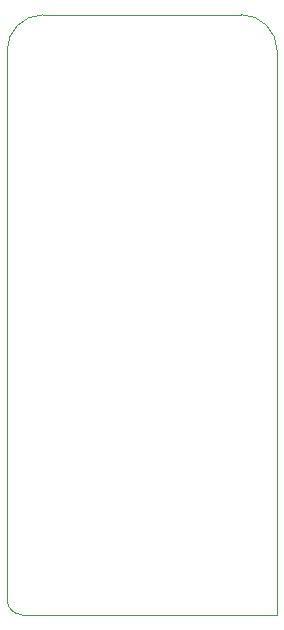
<source format=gbr>
%TF.GenerationSoftware,KiCad,Pcbnew,5.1.9-73d0e3b20d~88~ubuntu20.04.1*%
%TF.CreationDate,2021-03-24T22:28:27+08:00*%
%TF.ProjectId,elec-remote,656c6563-2d72-4656-9d6f-74652e6b6963,rev?*%
%TF.SameCoordinates,Original*%
%TF.FileFunction,Profile,NP*%
%FSLAX46Y46*%
G04 Gerber Fmt 4.6, Leading zero omitted, Abs format (unit mm)*
G04 Created by KiCad (PCBNEW 5.1.9-73d0e3b20d~88~ubuntu20.04.1) date 2021-03-24 22:28:27*
%MOMM*%
%LPD*%
G01*
G04 APERTURE LIST*
%TA.AperFunction,Profile*%
%ADD10C,0.050000*%
%TD*%
G04 APERTURE END LIST*
D10*
X31750000Y-76200000D02*
G75*
G02*
X30480000Y-74930000I0J1270000D01*
G01*
X30480000Y-28448000D02*
G75*
G02*
X33528000Y-25400000I3048000J0D01*
G01*
X50292000Y-25400000D02*
G75*
G02*
X53340000Y-28448000I0J-3048000D01*
G01*
X53340000Y-76200000D02*
X31750000Y-76200000D01*
X33528000Y-25400000D02*
X50292000Y-25400000D01*
X53340000Y-28448000D02*
X53340000Y-76200000D01*
X30480000Y-74930000D02*
X30480000Y-28448000D01*
M02*

</source>
